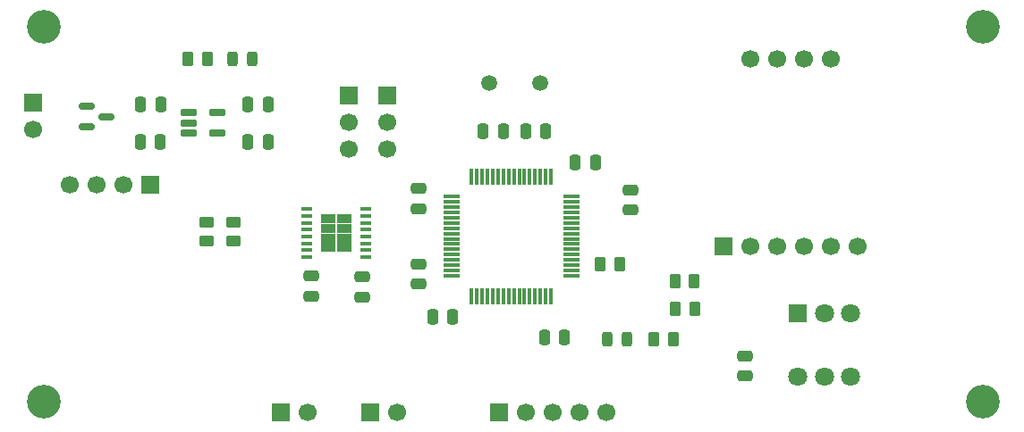
<source format=gbr>
%TF.GenerationSoftware,KiCad,Pcbnew,9.0.2*%
%TF.CreationDate,2025-06-19T19:06:17-05:00*%
%TF.ProjectId,balance_bot,62616c61-6e63-4655-9f62-6f742e6b6963,rev?*%
%TF.SameCoordinates,Original*%
%TF.FileFunction,Soldermask,Top*%
%TF.FilePolarity,Negative*%
%FSLAX46Y46*%
G04 Gerber Fmt 4.6, Leading zero omitted, Abs format (unit mm)*
G04 Created by KiCad (PCBNEW 9.0.2) date 2025-06-19 19:06:17*
%MOMM*%
%LPD*%
G01*
G04 APERTURE LIST*
G04 Aperture macros list*
%AMRoundRect*
0 Rectangle with rounded corners*
0 $1 Rounding radius*
0 $2 $3 $4 $5 $6 $7 $8 $9 X,Y pos of 4 corners*
0 Add a 4 corners polygon primitive as box body*
4,1,4,$2,$3,$4,$5,$6,$7,$8,$9,$2,$3,0*
0 Add four circle primitives for the rounded corners*
1,1,$1+$1,$2,$3*
1,1,$1+$1,$4,$5*
1,1,$1+$1,$6,$7*
1,1,$1+$1,$8,$9*
0 Add four rect primitives between the rounded corners*
20,1,$1+$1,$2,$3,$4,$5,0*
20,1,$1+$1,$4,$5,$6,$7,0*
20,1,$1+$1,$6,$7,$8,$9,0*
20,1,$1+$1,$8,$9,$2,$3,0*%
G04 Aperture macros list end*
%ADD10RoundRect,0.250000X0.262500X0.450000X-0.262500X0.450000X-0.262500X-0.450000X0.262500X-0.450000X0*%
%ADD11RoundRect,0.243750X0.243750X0.456250X-0.243750X0.456250X-0.243750X-0.456250X0.243750X-0.456250X0*%
%ADD12R,1.470000X0.895000*%
%ADD13R,1.050000X0.450000*%
%ADD14RoundRect,0.250000X-0.250000X-0.475000X0.250000X-0.475000X0.250000X0.475000X-0.250000X0.475000X0*%
%ADD15R,1.700000X1.700000*%
%ADD16C,1.700000*%
%ADD17RoundRect,0.250000X0.450000X-0.262500X0.450000X0.262500X-0.450000X0.262500X-0.450000X-0.262500X0*%
%ADD18RoundRect,0.250000X0.475000X-0.250000X0.475000X0.250000X-0.475000X0.250000X-0.475000X-0.250000X0*%
%ADD19RoundRect,0.250000X-0.475000X0.250000X-0.475000X-0.250000X0.475000X-0.250000X0.475000X0.250000X0*%
%ADD20RoundRect,0.250000X0.250000X0.475000X-0.250000X0.475000X-0.250000X-0.475000X0.250000X-0.475000X0*%
%ADD21C,3.200000*%
%ADD22C,1.500000*%
%ADD23RoundRect,0.162500X-0.617500X-0.162500X0.617500X-0.162500X0.617500X0.162500X-0.617500X0.162500X0*%
%ADD24R,1.800000X1.800000*%
%ADD25C,1.800000*%
%ADD26RoundRect,0.250000X-0.262500X-0.450000X0.262500X-0.450000X0.262500X0.450000X-0.262500X0.450000X0*%
%ADD27RoundRect,0.150000X-0.587500X-0.150000X0.587500X-0.150000X0.587500X0.150000X-0.587500X0.150000X0*%
%ADD28RoundRect,0.243750X-0.243750X-0.456250X0.243750X-0.456250X0.243750X0.456250X-0.243750X0.456250X0*%
%ADD29RoundRect,0.075000X-0.075000X0.700000X-0.075000X-0.700000X0.075000X-0.700000X0.075000X0.700000X0*%
%ADD30RoundRect,0.075000X-0.700000X0.075000X-0.700000X-0.075000X0.700000X-0.075000X0.700000X0.075000X0*%
G04 APERTURE END LIST*
D10*
%TO.C,R7*%
X163576000Y-109601000D03*
X161751000Y-109601000D03*
%TD*%
D11*
%TO.C,D2*%
X159207200Y-109575600D03*
X157332200Y-109575600D03*
%TD*%
D12*
%TO.C,U4*%
X132400000Y-100897500D03*
X132400000Y-100002500D03*
X132400000Y-99107500D03*
X132400000Y-98212500D03*
X130930000Y-100897500D03*
X130930000Y-100002500D03*
X130930000Y-99107500D03*
X130930000Y-98212500D03*
D13*
X134440000Y-97280000D03*
X134440000Y-97930000D03*
X134440000Y-98580000D03*
X134440000Y-99230000D03*
X134440000Y-99880000D03*
X134440000Y-100530000D03*
X134440000Y-101180000D03*
X134440000Y-101830000D03*
X128890000Y-101830000D03*
X128890000Y-101180000D03*
X128890000Y-100530000D03*
X128890000Y-99880000D03*
X128890000Y-99230000D03*
X128890000Y-98580000D03*
X128890000Y-97930000D03*
X128890000Y-97280000D03*
%TD*%
D14*
%TO.C,C2*%
X140790000Y-107500000D03*
X142690000Y-107500000D03*
%TD*%
D15*
%TO.C,J5*%
X134894000Y-116561000D03*
D16*
X137434000Y-116561000D03*
%TD*%
D15*
%TO.C,J6*%
X126394000Y-116561000D03*
D16*
X128934000Y-116561000D03*
%TD*%
D17*
%TO.C,R5*%
X119380000Y-100330000D03*
X119380000Y-98505000D03*
%TD*%
%TO.C,R1*%
X121920000Y-100330000D03*
X121920000Y-98505000D03*
%TD*%
D18*
%TO.C,C6*%
X139500000Y-102500000D03*
X139500000Y-104400000D03*
%TD*%
D15*
%TO.C,J1*%
X132842000Y-86500000D03*
D16*
X132842000Y-89040000D03*
X132842000Y-91580000D03*
%TD*%
D18*
%TO.C,C15*%
X134112000Y-103698000D03*
X134112000Y-105598000D03*
%TD*%
D19*
%TO.C,C14*%
X129286000Y-105532000D03*
X129286000Y-103632000D03*
%TD*%
D16*
%TO.C,J3*%
X157226000Y-116586000D03*
X154686000Y-116586000D03*
X152146000Y-116586000D03*
X149606000Y-116586000D03*
D15*
X147066000Y-116586000D03*
%TD*%
D20*
%TO.C,C5*%
X151363600Y-109397800D03*
X153263600Y-109397800D03*
%TD*%
D16*
%TO.C,U2*%
X106460000Y-95000000D03*
X109000000Y-95000000D03*
X111540000Y-95000000D03*
D15*
X114080000Y-95000000D03*
%TD*%
D21*
%TO.C,H2*%
X104000000Y-115560000D03*
%TD*%
%TO.C,H3*%
X192900000Y-80000000D03*
%TD*%
%TO.C,H1*%
X104000000Y-80000000D03*
%TD*%
%TO.C,H4*%
X192900000Y-115560000D03*
%TD*%
D15*
%TO.C,U5*%
X168340000Y-100780000D03*
D16*
X170880000Y-100780000D03*
X173420000Y-100780000D03*
X175960000Y-100780000D03*
X178500000Y-100780000D03*
X181040000Y-100780000D03*
X178500000Y-83000000D03*
X175960000Y-83000000D03*
X173420000Y-83000000D03*
X170880000Y-83000000D03*
%TD*%
D18*
%TO.C,C7*%
X139446000Y-97216000D03*
X139446000Y-95316000D03*
%TD*%
D22*
%TO.C,Y1*%
X151000000Y-85340000D03*
X146120000Y-85340000D03*
%TD*%
D23*
%TO.C,U6*%
X117696000Y-88138000D03*
X117696000Y-89088000D03*
X117696000Y-90038000D03*
X120396000Y-90038000D03*
X120396000Y-88138000D03*
%TD*%
D24*
%TO.C,SW1*%
X175390800Y-107188000D03*
D25*
X177890800Y-107188000D03*
X180390800Y-107188000D03*
X175390800Y-113188000D03*
X177890800Y-113188000D03*
X180390800Y-113188000D03*
%TD*%
D10*
%TO.C,R6*%
X119483500Y-83002000D03*
X117658500Y-83002000D03*
%TD*%
D26*
%TO.C,R4*%
X156675000Y-102500000D03*
X158500000Y-102500000D03*
%TD*%
%TO.C,R3*%
X163757600Y-104089200D03*
X165582600Y-104089200D03*
%TD*%
%TO.C,R2*%
X163781100Y-106756200D03*
X165606100Y-106756200D03*
%TD*%
D27*
%TO.C,Q1*%
X108062500Y-87550000D03*
X108062500Y-89450000D03*
X109937500Y-88500000D03*
%TD*%
D15*
%TO.C,J4*%
X103000000Y-87175000D03*
D16*
X103000000Y-89715000D03*
%TD*%
D15*
%TO.C,J2*%
X136500000Y-86500000D03*
D16*
X136500000Y-89040000D03*
X136500000Y-91580000D03*
%TD*%
D28*
%TO.C,D1*%
X121823000Y-83058000D03*
X123698000Y-83058000D03*
%TD*%
D14*
%TO.C,C13*%
X123322000Y-87376000D03*
X125222000Y-87376000D03*
%TD*%
%TO.C,C12*%
X123322000Y-90876000D03*
X125222000Y-90876000D03*
%TD*%
D20*
%TO.C,C11*%
X115062000Y-87376000D03*
X113162000Y-87376000D03*
%TD*%
%TO.C,C10*%
X115012000Y-90876000D03*
X113112000Y-90876000D03*
%TD*%
%TO.C,C9*%
X147500000Y-89840000D03*
X145600000Y-89840000D03*
%TD*%
%TO.C,C8*%
X151500000Y-89840000D03*
X149600000Y-89840000D03*
%TD*%
D19*
%TO.C,C4*%
X159500000Y-95440000D03*
X159500000Y-97340000D03*
%TD*%
D14*
%TO.C,C3*%
X154290000Y-92840000D03*
X156190000Y-92840000D03*
%TD*%
D18*
%TO.C,C1*%
X170408600Y-113116400D03*
X170408600Y-111216400D03*
%TD*%
D29*
%TO.C,U1*%
X151990000Y-94165000D03*
X151490000Y-94165000D03*
X150990000Y-94165000D03*
X150490000Y-94165000D03*
X149990000Y-94165000D03*
X149490000Y-94165000D03*
X148990000Y-94165000D03*
X148490000Y-94165000D03*
X147990000Y-94165000D03*
X147490000Y-94165000D03*
X146990000Y-94165000D03*
X146490000Y-94165000D03*
X145990000Y-94165000D03*
X145490000Y-94165000D03*
X144990000Y-94165000D03*
X144490000Y-94165000D03*
D30*
X142565000Y-96090000D03*
X142565000Y-96590000D03*
X142565000Y-97090000D03*
X142565000Y-97590000D03*
X142565000Y-98090000D03*
X142565000Y-98590000D03*
X142565000Y-99090000D03*
X142565000Y-99590000D03*
X142565000Y-100090000D03*
X142565000Y-100590000D03*
X142565000Y-101090000D03*
X142565000Y-101590000D03*
X142565000Y-102090000D03*
X142565000Y-102590000D03*
X142565000Y-103090000D03*
X142565000Y-103590000D03*
D29*
X144490000Y-105515000D03*
X144990000Y-105515000D03*
X145490000Y-105515000D03*
X145990000Y-105515000D03*
X146490000Y-105515000D03*
X146990000Y-105515000D03*
X147490000Y-105515000D03*
X147990000Y-105515000D03*
X148490000Y-105515000D03*
X148990000Y-105515000D03*
X149490000Y-105515000D03*
X149990000Y-105515000D03*
X150490000Y-105515000D03*
X150990000Y-105515000D03*
X151490000Y-105515000D03*
X151990000Y-105515000D03*
D30*
X153915000Y-103590000D03*
X153915000Y-103090000D03*
X153915000Y-102590000D03*
X153915000Y-102090000D03*
X153915000Y-101590000D03*
X153915000Y-101090000D03*
X153915000Y-100590000D03*
X153915000Y-100090000D03*
X153915000Y-99590000D03*
X153915000Y-99090000D03*
X153915000Y-98590000D03*
X153915000Y-98090000D03*
X153915000Y-97590000D03*
X153915000Y-97090000D03*
X153915000Y-96590000D03*
X153915000Y-96090000D03*
%TD*%
M02*

</source>
